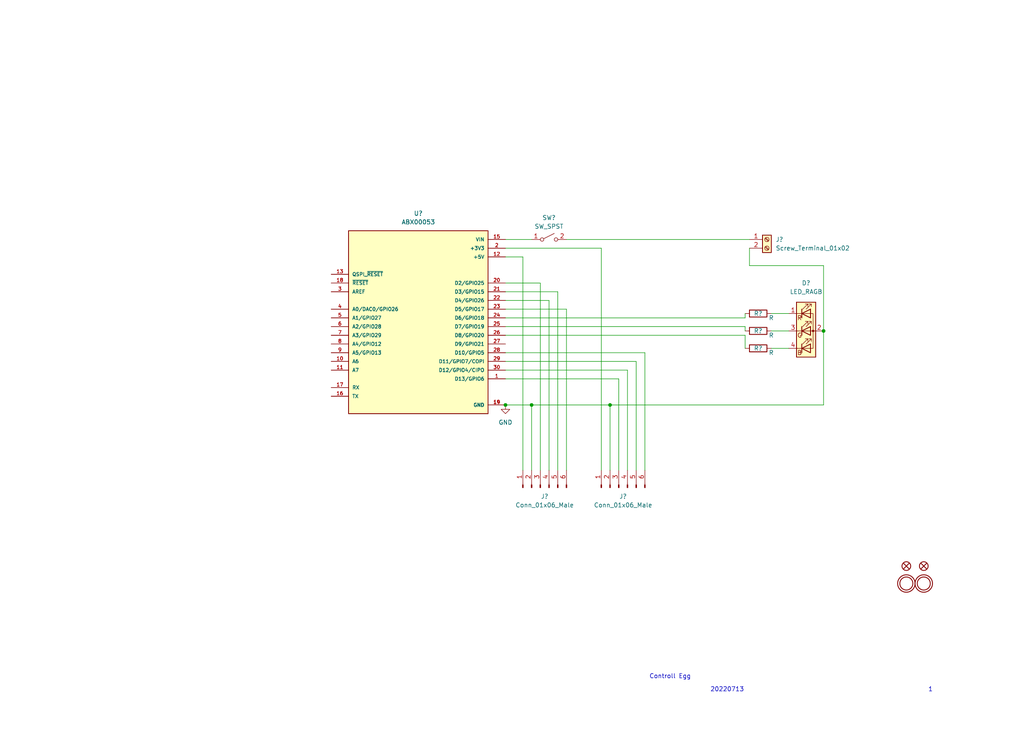
<source format=kicad_sch>
(kicad_sch (version 20211123) (generator eeschema)
  (paper "User" 298.45 217.881)
  (lib_symbols
    (symbol "ABX00053:ABX00053" (pin_names (offset 1.016))
      (property "Reference" "U?" (at 0 30.48 0))
      (property "Value" "ABX00053" (at 0 27.94 0))
      (symbol "ABX00053_0_0"
        (rectangle (start -20.32 -27.94) (end 20.32 25.4) (stroke (width 0.254)) (fill (type background)))
        (pin bidirectional line (at 25.4 -17.78 180) (length 5.08) (name "D13/GPIO6") (number "1"))
        (pin bidirectional line (at -25.4 -12.7 0) (length 5.08) (name "A6") (number "10"))
        (pin bidirectional line (at -25.4 -15.24 0) (length 5.08) (name "A7") (number "11"))
        (pin power_in line (at 25.4 17.78 180) (length 5.08) (name "+5V") (number "12"))
        (pin input line (at -25.4 12.7 0) (length 5.08) (name "QSPI_~{RESET}") (number "13"))
        (pin power_in line (at 25.4 -25.4 180) (length 5.08) (name "GND") (number "14"))
        (pin power_in line (at 25.4 22.86 180) (length 5.08) (name "VIN") (number "15"))
        (pin bidirectional line (at -25.4 -22.86 0) (length 5.08) (name "TX") (number "16"))
        (pin bidirectional line (at -25.4 -20.32 0) (length 5.08) (name "RX") (number "17"))
        (pin input line (at -25.4 10.16 0) (length 5.08) (name "~{RESET}") (number "18"))
        (pin power_in line (at 25.4 -25.4 180) (length 5.08) (name "GND") (number "19"))
        (pin power_in line (at 25.4 20.32 180) (length 5.08) (name "+3V3") (number "2"))
        (pin bidirectional line (at 25.4 10.16 180) (length 5.08) (name "D2/GPIO25") (number "20"))
        (pin bidirectional line (at 25.4 7.62 180) (length 5.08) (name "D3/GPIO15") (number "21"))
        (pin bidirectional line (at 25.4 5.08 180) (length 5.08) (name "D4/GPIO26") (number "22"))
        (pin bidirectional line (at 25.4 2.54 180) (length 5.08) (name "D5/GPIO17") (number "23"))
        (pin bidirectional line (at 25.4 0 180) (length 5.08) (name "D6/GPIO18") (number "24"))
        (pin bidirectional line (at 25.4 -2.54 180) (length 5.08) (name "D7/GPIO19") (number "25"))
        (pin bidirectional line (at 25.4 -5.08 180) (length 5.08) (name "D8/GPIO20") (number "26"))
        (pin bidirectional line (at 25.4 -7.62 180) (length 5.08) (name "D9/GPIO21") (number "27"))
        (pin bidirectional line (at 25.4 -10.16 180) (length 5.08) (name "D10/GPIO5") (number "28"))
        (pin bidirectional line (at 25.4 -12.7 180) (length 5.08) (name "D11/GPIO7/COPI") (number "29"))
        (pin bidirectional line (at -25.4 7.62 0) (length 5.08) (name "AREF") (number "3"))
        (pin bidirectional line (at 25.4 -15.24 180) (length 5.08) (name "D12/GPIO4/CIPO") (number "30"))
        (pin bidirectional line (at -25.4 2.54 0) (length 5.08) (name "A0/DAC0/GPIO26") (number "4"))
        (pin bidirectional line (at -25.4 0 0) (length 5.08) (name "A1/GPIO27") (number "5"))
        (pin bidirectional line (at -25.4 -2.54 0) (length 5.08) (name "A2/GPIO28") (number "6"))
        (pin bidirectional line (at -25.4 -5.08 0) (length 5.08) (name "A3/GPIO29") (number "7"))
        (pin bidirectional line (at -25.4 -7.62 0) (length 5.08) (name "A4/GPIO12") (number "8"))
        (pin bidirectional line (at -25.4 -10.16 0) (length 5.08) (name "A5/GPIO13") (number "9"))
      )
    )
    (symbol "Connector:Conn_01x06_Male" (pin_names (offset 1.016) hide)
      (property "Reference" "J" (at 0 7.62 0))
      (property "Value" "Conn_01x06_Male" (at 0 -10.16 0))
      (symbol "Conn_01x06_Male_1_1"
        (polyline (pts (xy 1.27 -7.62) (xy 0.8636 -7.62)) (stroke (width 0.1524)))
        (polyline (pts (xy 1.27 -5.08) (xy 0.8636 -5.08)) (stroke (width 0.1524)))
        (polyline (pts (xy 1.27 -2.54) (xy 0.8636 -2.54)) (stroke (width 0.1524)))
        (polyline (pts (xy 1.27 0) (xy 0.8636 0)) (stroke (width 0.1524)))
        (polyline (pts (xy 1.27 2.54) (xy 0.8636 2.54)) (stroke (width 0.1524)))
        (polyline (pts (xy 1.27 5.08) (xy 0.8636 5.08)) (stroke (width 0.1524)))
        (rectangle (start 0.8636 -7.493) (end 0 -7.747) (stroke (width 0.1524)) (fill (type outline)))
        (rectangle (start 0.8636 -4.953) (end 0 -5.207) (stroke (width 0.1524)) (fill (type outline)))
        (rectangle (start 0.8636 -2.413) (end 0 -2.667) (stroke (width 0.1524)) (fill (type outline)))
        (rectangle (start 0.8636 0.127) (end 0 -0.127) (stroke (width 0.1524)) (fill (type outline)))
        (rectangle (start 0.8636 2.667) (end 0 2.413) (stroke (width 0.1524)) (fill (type outline)))
        (rectangle (start 0.8636 5.207) (end 0 4.953) (stroke (width 0.1524)) (fill (type outline)))
        (pin passive line (at 5.08 5.08 180) (length 3.81) (name "Pin_1") (number "1"))
        (pin passive line (at 5.08 2.54 180) (length 3.81) (name "Pin_2") (number "2"))
        (pin passive line (at 5.08 0 180) (length 3.81) (name "Pin_3") (number "3"))
        (pin passive line (at 5.08 -2.54 180) (length 3.81) (name "Pin_4") (number "4"))
        (pin passive line (at 5.08 -5.08 180) (length 3.81) (name "Pin_5") (number "5"))
        (pin passive line (at 5.08 -7.62 180) (length 3.81) (name "Pin_6") (number "6"))
      )
    )
    (symbol "Connector:Screw_Terminal_01x02" (pin_names (offset 1.016) hide)
      (property "Reference" "J" (at 0 2.54 0))
      (property "Value" "Screw_Terminal_01x02" (at 0 -5.08 0))
      (symbol "Screw_Terminal_01x02_1_1"
        (rectangle (start -1.27 1.27) (end 1.27 -3.81) (stroke (width 0.254)) (fill (type background)))
        (circle (center 0 -2.54) (radius 0.635) (stroke (width 0.1524)))
        (polyline (pts (xy -0.5334 -2.2098) (xy 0.3302 -3.048)) (stroke (width 0.1524)))
        (polyline (pts (xy -0.5334 0.3302) (xy 0.3302 -0.508)) (stroke (width 0.1524)))
        (polyline (pts (xy -0.3556 -2.032) (xy 0.508 -2.8702)) (stroke (width 0.1524)))
        (polyline (pts (xy -0.3556 0.508) (xy 0.508 -0.3302)) (stroke (width 0.1524)))
        (circle (center 0 0) (radius 0.635) (stroke (width 0.1524)))
        (pin passive line (at -5.08 0 0) (length 3.81) (name "Pin_1") (number "1"))
        (pin passive line (at -5.08 -2.54 0) (length 3.81) (name "Pin_2") (number "2"))
      )
    )
    (symbol "Device:LED_RAGB" (pin_names (offset 0) hide)
      (property "Reference" "D" (at 0 9.398 0))
      (property "Value" "LED_RAGB" (at 0 -8.89 0))
      (symbol "LED_RAGB_0_0"
        (text "B" (at -1.905 -6.35 0) (effects (font (size 1.27 1.27))))
        (text "G" (at -1.905 -1.27 0) (effects (font (size 1.27 1.27))))
        (text "R" (at -1.905 3.81 0) (effects (font (size 1.27 1.27))))
      )
      (symbol "LED_RAGB_0_1"
        (polyline (pts (xy -1.27 -5.08) (xy -2.54 -5.08)))
        (polyline (pts (xy -1.27 -5.08) (xy 1.27 -5.08)))
        (polyline (pts (xy -1.27 -3.81) (xy -1.27 -6.35)) (stroke (width 0.254)))
        (polyline (pts (xy -1.27 0) (xy -2.54 0)))
        (polyline (pts (xy -1.27 1.27) (xy -1.27 -1.27)) (stroke (width 0.254)))
        (polyline (pts (xy -1.27 5.08) (xy -2.54 5.08)))
        (polyline (pts (xy -1.27 5.08) (xy 1.27 5.08)))
        (polyline (pts (xy -1.27 6.35) (xy -1.27 3.81)) (stroke (width 0.254)))
        (polyline (pts (xy 1.27 0) (xy -1.27 0)))
        (polyline (pts (xy 1.27 0) (xy 2.54 0)))
        (polyline (pts (xy -1.27 1.27) (xy -1.27 -1.27) (xy -1.27 -1.27)))
        (polyline (pts (xy -1.27 6.35) (xy -1.27 3.81) (xy -1.27 3.81)))
        (polyline (pts (xy 1.27 -5.08) (xy 2.032 -5.08) (xy 2.032 5.08) (xy 1.27 5.08)))
        (polyline (pts (xy 1.27 -3.81) (xy 1.27 -6.35) (xy -1.27 -5.08) (xy 1.27 -3.81)) (stroke (width 0.254)))
        (polyline (pts (xy 1.27 1.27) (xy 1.27 -1.27) (xy -1.27 0) (xy 1.27 1.27)) (stroke (width 0.254)))
        (polyline (pts (xy 1.27 6.35) (xy 1.27 3.81) (xy -1.27 5.08) (xy 1.27 6.35)) (stroke (width 0.254)))
        (polyline (pts (xy -1.016 -3.81) (xy 0.508 -2.286) (xy -0.254 -2.286) (xy 0.508 -2.286) (xy 0.508 -3.048)))
        (polyline (pts (xy -1.016 1.27) (xy 0.508 2.794) (xy -0.254 2.794) (xy 0.508 2.794) (xy 0.508 2.032)))
        (polyline (pts (xy -1.016 6.35) (xy 0.508 7.874) (xy -0.254 7.874) (xy 0.508 7.874) (xy 0.508 7.112)))
        (polyline (pts (xy 0 -3.81) (xy 1.524 -2.286) (xy 0.762 -2.286) (xy 1.524 -2.286) (xy 1.524 -3.048)))
        (polyline (pts (xy 0 1.27) (xy 1.524 2.794) (xy 0.762 2.794) (xy 1.524 2.794) (xy 1.524 2.032)))
        (polyline (pts (xy 0 6.35) (xy 1.524 7.874) (xy 0.762 7.874) (xy 1.524 7.874) (xy 1.524 7.112)))
        (rectangle (start 1.27 -1.27) (end 1.27 1.27))
        (rectangle (start 1.27 1.27) (end 1.27 1.27))
        (rectangle (start 1.27 3.81) (end 1.27 6.35))
        (rectangle (start 1.27 6.35) (end 1.27 6.35))
        (circle (center 2.032 0) (radius 0.254) (fill (type outline)))
        (rectangle (start 2.794 8.382) (end -2.794 -7.62) (stroke (width 0.254)) (fill (type background)))
      )
      (symbol "LED_RAGB_1_1"
        (pin passive line (at -5.08 5.08 0) (length 2.54) (name "RK") (number "1"))
        (pin passive line (at 5.08 0 180) (length 2.54) (name "A") (number "2"))
        (pin passive line (at -5.08 0 0) (length 2.54) (name "GK") (number "3"))
        (pin passive line (at -5.08 -5.08 0) (length 2.54) (name "BK") (number "4"))
      )
    )
    (symbol "Device:R" (pin_numbers hide) (pin_names (offset 0))
      (property "Reference" "R" (at 2.032 0 90))
      (property "Value" "R" (at 0 0 90))
      (symbol "R_0_1"
        (rectangle (start -1.016 -2.54) (end 1.016 2.54) (stroke (width 0.254)))
      )
      (symbol "R_1_1"
        (pin passive line (at 0 3.81 270) (length 1.27) (name "~") (number "1"))
        (pin passive line (at 0 -3.81 90) (length 1.27) (name "~") (number "2"))
      )
    )
    (symbol "ElectronicEggDrop-eagle-import:FIDUCIAL{dblquote}{dblquote}"
      (symbol "FIDUCIAL{dblquote}{dblquote}_1_0"
        (polyline (pts (xy -0.762 0.762) (xy 0.762 -0.762)) (stroke (width 0.254)))
        (polyline (pts (xy 0.762 0.762) (xy -0.762 -0.762)) (stroke (width 0.254)))
        (circle (center 0 0) (radius 1.27) (stroke (width 0.254)))
      )
    )
    (symbol "ElectronicEggDrop-eagle-import:MOUNTINGHOLE2.5"
      (symbol "MOUNTINGHOLE2.5_1_0"
        (circle (center 0 0) (radius 1.905) (stroke (width 0.254)))
        (circle (center 0 0) (radius 2.54) (stroke (width 0.254)))
      )
    )
    (symbol "Switch:SW_SPST" (pin_names (offset 0) hide)
      (property "Reference" "SW" (at 0 3.175 0))
      (property "Value" "SW_SPST" (at 0 -2.54 0))
      (symbol "SW_SPST_0_0"
        (circle (center -2.032 0) (radius 0.508))
        (polyline (pts (xy -1.524 0.254) (xy 1.524 1.778)))
        (circle (center 2.032 0) (radius 0.508))
      )
      (symbol "SW_SPST_1_1"
        (pin passive line (at -5.08 0 0) (length 2.54) (name "A") (number "1"))
        (pin passive line (at 5.08 0 180) (length 2.54) (name "B") (number "2"))
      )
    )
    (symbol "power:GND" (power) (pin_names (offset 0))
      (property "Value" "GND" (at 0 -3.81 0))
      (symbol "GND_0_1"
        (polyline (pts (xy 0 0) (xy 0 -1.27) (xy 1.27 -1.27) (xy 0 -2.54) (xy -1.27 -1.27) (xy 0 -1.27)))
      )
      (symbol "GND_1_1"
        (pin power_in line (at 0 0 270) (length 0) hide (name "GND") (number "1"))
      )
    )
  )
  (junction (at 147.32 118.11))
  (junction (at 240.03 96.52))
  (junction (at 154.94 118.11))
  (junction (at 177.8 118.11))
  (wire (pts (xy 165.1 69.85) (xy 218.44 69.85)))
  (wire (pts (xy 157.48 137.16) (xy 157.48 82.55)))
  (wire (pts (xy 182.88 107.95) (xy 147.32 107.95)))
  (wire (pts (xy 165.1 137.16) (xy 165.1 90.17)))
  (wire (pts (xy 165.1 90.17) (xy 147.32 90.17)))
  (wire (pts (xy 147.32 69.85) (xy 154.94 69.85)))
  (wire (pts (xy 185.42 105.41) (xy 147.32 105.41)))
  (wire (pts (xy 147.32 110.49) (xy 180.34 110.49)))
  (wire (pts (xy 180.34 110.49) (xy 180.34 137.16)))
  (wire (pts (xy 240.03 77.47) (xy 240.03 96.52)))
  (wire (pts (xy 160.02 137.16) (xy 160.02 87.63)))
  (wire (pts (xy 218.44 72.39) (xy 218.44 77.47)))
  (wire (pts (xy 240.03 118.11) (xy 177.8 118.11)))
  (wire (pts (xy 217.17 97.79) (xy 147.32 97.79)))
  (wire (pts (xy 240.03 96.52) (xy 240.03 118.11)))
  (wire (pts (xy 217.17 101.6) (xy 217.17 97.79)))
  (wire (pts (xy 187.96 137.16) (xy 187.96 102.87)))
  (wire (pts (xy 152.4 137.16) (xy 152.4 74.93)))
  (wire (pts (xy 157.48 82.55) (xy 147.32 82.55)))
  (wire (pts (xy 152.4 74.93) (xy 147.32 74.93)))
  (wire (pts (xy 187.96 102.87) (xy 147.32 102.87)))
  (wire (pts (xy 224.79 96.52) (xy 229.87 96.52)))
  (wire (pts (xy 217.17 91.44) (xy 217.17 92.71)))
  (wire (pts (xy 162.56 85.09) (xy 147.32 85.09)))
  (wire (pts (xy 175.26 72.39) (xy 147.32 72.39)))
  (wire (pts (xy 224.79 91.44) (xy 229.87 91.44)))
  (wire (pts (xy 218.44 77.47) (xy 240.03 77.47)))
  (wire (pts (xy 175.26 137.16) (xy 175.26 72.39)))
  (wire (pts (xy 217.17 96.52) (xy 217.17 95.25)))
  (wire (pts (xy 185.42 137.16) (xy 185.42 105.41)))
  (wire (pts (xy 162.56 137.16) (xy 162.56 85.09)))
  (wire (pts (xy 177.8 118.11) (xy 177.8 137.16)))
  (wire (pts (xy 160.02 87.63) (xy 147.32 87.63)))
  (wire (pts (xy 217.17 92.71) (xy 147.32 92.71)))
  (wire (pts (xy 177.8 118.11) (xy 154.94 118.11)))
  (wire (pts (xy 154.94 118.11) (xy 147.32 118.11)))
  (wire (pts (xy 217.17 95.25) (xy 147.32 95.25)))
  (wire (pts (xy 182.88 137.16) (xy 182.88 107.95)))
  (wire (pts (xy 154.94 118.11) (xy 154.94 137.16)))
  (wire (pts (xy 224.79 101.6) (xy 229.87 101.6)))
  (text "1\n" (at 270.51 201.93 0) (effects (font (size 1.27 1.27)) (justify left bottom)))
  (text "20220713" (at 207.01 201.93 0) (effects (font (size 1.27 1.27)) (justify left bottom)))
  (text "Controll Egg\n" (at 189.23 198.12 0) (effects (font (size 1.27 1.27)) (justify left bottom)))
  (symbol (lib_id "ElectronicEggDrop-eagle-import:FIDUCIAL{dblquote}{dblquote}") (at 269.24 165.1 0) (unit 1)
    (property "Reference" "FID1" (effects hide))
    (property "Value" "FIDUCIAL{dblquote}{dblquote}" (effects hide))
    (property "Footprint" "ElectronicEggDrop:FIDUCIAL_1MM" (effects hide))
  )
  (symbol (lib_id "Device:R") (at 220.98 101.6 90) (unit 1)
    (property "Reference" "R?" (at 220.98 101.6 90))
    (property "Value" "R" (at 224.79 102.87 90))
    (property "Footprint" "Resistor_THT:R_Axial_DIN0204_L3.6mm_D1.6mm_P5.08mm_Horizontal" (effects hide))
  )
  (symbol (lib_id "ElectronicEggDrop-eagle-import:MOUNTINGHOLE2.5") (at 269.24 170.18 0) (unit 1)
    (property "Reference" "U$10" (effects hide))
    (property "Value" "MOUNTINGHOLE2.5" (effects hide))
    (property "Footprint" "ElectronicEggDrop:MOUNTINGHOLE_2.5_PLATED" (effects hide))
  )
  (symbol (lib_id "Device:R") (at 220.98 91.44 90) (unit 1)
    (property "Reference" "R?" (at 220.98 91.44 90))
    (property "Value" "R" (at 224.79 92.71 90))
    (property "Footprint" "Resistor_THT:R_Axial_DIN0204_L3.6mm_D1.6mm_P5.08mm_Horizontal" (effects hide))
  )
  (symbol (lib_id "ElectronicEggDrop-eagle-import:FIDUCIAL{dblquote}{dblquote}") (at 264.16 165.1 0) (unit 1)
    (property "Reference" "FID2" (effects hide))
    (property "Value" "FIDUCIAL{dblquote}{dblquote}" (effects hide))
    (property "Footprint" "ElectronicEggDrop:FIDUCIAL_1MM" (effects hide))
  )
  (symbol (lib_id "Switch:SW_SPST") (at 160.02 69.85 0) (unit 1)
    (property "Reference" "SW?" (at 160.02 63.5 0))
    (property "Value" "SW_SPST" (at 160.02 66.04 0))
  )
  (symbol (lib_id "Connector:Conn_01x06_Male") (at 157.48 142.24 90) (unit 1)
    (property "Reference" "J?" (at 158.75 144.78 90))
    (property "Value" "Conn_01x06_Male" (at 158.75 147.32 90))
    (property "Footprint" "Connector_Molex:Molex_KK-254_AE-6410-06A_1x06_P2.54mm_Vertical" (effects hide))
  )
  (symbol (lib_id "Device:R") (at 220.98 96.52 90) (unit 1)
    (property "Reference" "R?" (at 220.98 96.52 90))
    (property "Value" "R" (at 224.79 97.79 90))
    (property "Footprint" "Resistor_THT:R_Axial_DIN0204_L3.6mm_D1.6mm_P5.08mm_Horizontal" (effects hide))
  )
  (symbol (lib_id "power:GND") (at 147.32 118.11 0) (unit 1)
    (property "Reference" "#PWR?" (effects hide))
    (property "Value" "GND" (at 147.32 123.19 0))
  )
  (symbol (lib_id "Connector:Screw_Terminal_01x02") (at 223.52 69.85 0) (unit 1)
    (property "Reference" "J?" (at 226.06 69.8499 0) (effects (justify left)))
    (property "Value" "Screw_Terminal_01x02" (at 226.06 72.3899 0) (effects (justify left)))
  )
  (symbol (lib_id "Connector:Conn_01x06_Male") (at 180.34 142.24 90) (unit 1)
    (property "Reference" "J?" (at 181.61 144.78 90))
    (property "Value" "Conn_01x06_Male" (at 181.61 147.32 90))
    (property "Footprint" "Connector_Molex:Molex_KK-254_AE-6410-06A_1x06_P2.54mm_Vertical" (effects hide))
  )
  (symbol (lib_id "ElectronicEggDrop-eagle-import:MOUNTINGHOLE2.5") (at 264.16 170.18 0) (unit 1)
    (property "Reference" "U$13" (effects hide))
    (property "Value" "MOUNTINGHOLE2.5" (effects hide))
    (property "Footprint" "ElectronicEggDrop:MOUNTINGHOLE_2.5_PLATED" (effects hide))
  )
  (symbol (lib_id "ABX00053:ABX00053") (at 121.92 92.71 0) (unit 1)
    (property "Reference" "U?" (at 121.92 62.23 0))
    (property "Value" "ABX00053" (at 121.92 64.77 0))
    (property "Footprint" "MODULE_ABX00053" (effects hide))
    (property "STANDARD" "Manufacturer Recommendations" (effects hide))
    (property "PARTREV" "Rev. 01 - 14/05/2021" (effects hide))
    (property "MANUFACTURER" "Arduino" (effects hide))
  )
  (symbol (lib_id "Device:LED_RAGB") (at 234.95 96.52 0) (unit 1)
    (property "Reference" "D?" (at 234.95 82.55 0))
    (property "Value" "LED_RAGB" (at 234.95 85.09 0))
    (property "Footprint" "Connector_Molex:Molex_Mega-Fit_76829-0106_2x03_P5.70mm_Vertical" (effects hide))
  )
)
</source>
